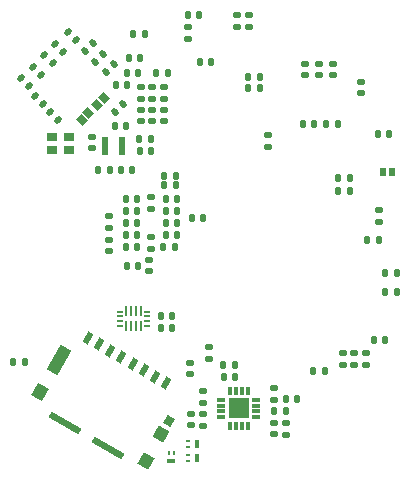
<source format=gbr>
%TF.GenerationSoftware,KiCad,Pcbnew,7.0.1*%
%TF.CreationDate,2023-12-24T21:56:23+00:00*%
%TF.ProjectId,watch_main,77617463-685f-46d6-9169-6e2e6b696361,rev?*%
%TF.SameCoordinates,Original*%
%TF.FileFunction,Paste,Bot*%
%TF.FilePolarity,Positive*%
%FSLAX46Y46*%
G04 Gerber Fmt 4.6, Leading zero omitted, Abs format (unit mm)*
G04 Created by KiCad (PCBNEW 7.0.1) date 2023-12-24 21:56:23*
%MOMM*%
%LPD*%
G01*
G04 APERTURE LIST*
G04 Aperture macros list*
%AMRoundRect*
0 Rectangle with rounded corners*
0 $1 Rounding radius*
0 $2 $3 $4 $5 $6 $7 $8 $9 X,Y pos of 4 corners*
0 Add a 4 corners polygon primitive as box body*
4,1,4,$2,$3,$4,$5,$6,$7,$8,$9,$2,$3,0*
0 Add four circle primitives for the rounded corners*
1,1,$1+$1,$2,$3*
1,1,$1+$1,$4,$5*
1,1,$1+$1,$6,$7*
1,1,$1+$1,$8,$9*
0 Add four rect primitives between the rounded corners*
20,1,$1+$1,$2,$3,$4,$5,0*
20,1,$1+$1,$4,$5,$6,$7,0*
20,1,$1+$1,$6,$7,$8,$9,0*
20,1,$1+$1,$8,$9,$2,$3,0*%
%AMRotRect*
0 Rectangle, with rotation*
0 The origin of the aperture is its center*
0 $1 length*
0 $2 width*
0 $3 Rotation angle, in degrees counterclockwise*
0 Add horizontal line*
21,1,$1,$2,0,0,$3*%
G04 Aperture macros list end*
%ADD10RotRect,0.500000X1.000000X330.000000*%
%ADD11RotRect,0.720000X0.780000X330.000000*%
%ADD12RotRect,1.050000X1.080000X330.000000*%
%ADD13RotRect,1.050000X1.105000X330.000000*%
%ADD14RotRect,1.050000X1.200000X330.000000*%
%ADD15RotRect,1.050000X2.390000X330.000000*%
%ADD16RotRect,0.550000X2.910000X240.000000*%
%ADD17RoundRect,0.140000X0.170000X-0.140000X0.170000X0.140000X-0.170000X0.140000X-0.170000X-0.140000X0*%
%ADD18RoundRect,0.140000X-0.140000X-0.170000X0.140000X-0.170000X0.140000X0.170000X-0.140000X0.170000X0*%
%ADD19RoundRect,0.140000X-0.219203X-0.021213X-0.021213X-0.219203X0.219203X0.021213X0.021213X0.219203X0*%
%ADD20RoundRect,0.140000X0.140000X0.170000X-0.140000X0.170000X-0.140000X-0.170000X0.140000X-0.170000X0*%
%ADD21R,0.900000X0.800000*%
%ADD22RoundRect,0.140000X-0.170000X0.140000X-0.170000X-0.140000X0.170000X-0.140000X0.170000X0.140000X0*%
%ADD23RoundRect,0.135000X-0.135000X-0.185000X0.135000X-0.185000X0.135000X0.185000X-0.135000X0.185000X0*%
%ADD24R,0.400000X0.700000*%
%ADD25R,0.400000X0.250000*%
%ADD26RotRect,0.600000X0.800000X45.000000*%
%ADD27RoundRect,0.140000X-0.021213X0.219203X-0.219203X0.021213X0.021213X-0.219203X0.219203X-0.021213X0*%
%ADD28RoundRect,0.135000X-0.185000X0.135000X-0.185000X-0.135000X0.185000X-0.135000X0.185000X0.135000X0*%
%ADD29RoundRect,0.135000X0.135000X0.185000X-0.135000X0.185000X-0.135000X-0.185000X0.135000X-0.185000X0*%
%ADD30RoundRect,0.135000X0.185000X-0.135000X0.185000X0.135000X-0.185000X0.135000X-0.185000X-0.135000X0*%
%ADD31RoundRect,0.140000X0.021213X-0.219203X0.219203X-0.021213X-0.021213X0.219203X-0.219203X0.021213X0*%
%ADD32R,0.800000X0.300000*%
%ADD33R,0.300000X0.800000*%
%ADD34R,1.760000X1.760000*%
%ADD35R,0.600000X0.800000*%
%ADD36RoundRect,0.140000X0.219203X0.021213X0.021213X0.219203X-0.219203X-0.021213X-0.021213X-0.219203X0*%
%ADD37R,0.550000X1.600000*%
%ADD38R,0.250000X0.400000*%
%ADD39R,0.700000X0.400000*%
%ADD40R,0.220000X0.900000*%
%ADD41R,0.220000X0.850000*%
%ADD42R,0.550000X0.220000*%
G04 APERTURE END LIST*
D10*
%TO.C,J1101*%
X147781890Y-110880694D03*
X146829262Y-110330694D03*
X145876634Y-109780694D03*
X144924006Y-109230694D03*
X143971378Y-108680694D03*
X143018750Y-108130694D03*
X142066123Y-107580694D03*
X141113495Y-107030694D03*
D11*
X147966095Y-114081642D03*
D12*
X147344085Y-115188994D03*
D13*
X146062835Y-117408184D03*
D14*
X137100915Y-111630686D03*
D15*
X138693415Y-108872395D03*
D16*
X142809926Y-116364387D03*
X139181280Y-114269387D03*
%TD*%
D17*
%TO.C,C1801*%
X156353000Y-90835000D03*
X156353000Y-89875000D03*
%TD*%
D18*
%TO.C,C1202*%
X146920000Y-84600000D03*
X147880000Y-84600000D03*
%TD*%
%TO.C,C909*%
X144320000Y-95300000D03*
X145280000Y-95300000D03*
%TD*%
D19*
%TO.C,C308*%
X139460589Y-81160589D03*
X140139411Y-81839411D03*
%TD*%
D18*
%TO.C,C206*%
X161320000Y-88900000D03*
X162280000Y-88900000D03*
%TD*%
D20*
%TO.C,C906*%
X143920000Y-92800000D03*
X144880000Y-92800000D03*
%TD*%
D21*
%TO.C,Y301*%
X139500000Y-91150000D03*
X138100000Y-91150000D03*
X138100000Y-90050000D03*
X139500000Y-90050000D03*
%TD*%
D20*
%TO.C,C921*%
X148670000Y-98300000D03*
X147710000Y-98300000D03*
%TD*%
D17*
%TO.C,C1210*%
X145600000Y-88680000D03*
X145600000Y-87720000D03*
%TD*%
D22*
%TO.C,C1704*%
X156900000Y-114220000D03*
X156900000Y-115180000D03*
%TD*%
%TO.C,C403*%
X149800000Y-109120000D03*
X149800000Y-110080000D03*
%TD*%
D17*
%TO.C,C1003*%
X153800000Y-80680000D03*
X153800000Y-79720000D03*
%TD*%
%TO.C,C912*%
X142900000Y-97680000D03*
X142900000Y-96720000D03*
%TD*%
%TO.C,C1305*%
X164700000Y-109280000D03*
X164700000Y-108320000D03*
%TD*%
D20*
%TO.C,C1304*%
X167280000Y-103100000D03*
X166320000Y-103100000D03*
%TD*%
D23*
%TO.C,R804*%
X162300000Y-93500000D03*
X163320000Y-93500000D03*
%TD*%
D18*
%TO.C,C908*%
X144320000Y-98300000D03*
X145280000Y-98300000D03*
%TD*%
D24*
%TO.C,Q1702*%
X150350000Y-117200000D03*
D25*
X149650000Y-117425000D03*
X149650000Y-116975000D03*
%TD*%
D22*
%TO.C,C1005*%
X149600000Y-80720000D03*
X149600000Y-81680000D03*
%TD*%
D17*
%TO.C,C1306*%
X163700000Y-109280000D03*
X163700000Y-108320000D03*
%TD*%
D26*
%TO.C,L301*%
X141917157Y-87282843D03*
X142482843Y-86717157D03*
%TD*%
D20*
%TO.C,C1401*%
X166667500Y-89737500D03*
X165707500Y-89737500D03*
%TD*%
%TO.C,C903*%
X148580000Y-94100000D03*
X147620000Y-94100000D03*
%TD*%
%TO.C,C910*%
X148680000Y-95300000D03*
X147720000Y-95300000D03*
%TD*%
D17*
%TO.C,C203*%
X160700000Y-84780000D03*
X160700000Y-83820000D03*
%TD*%
D23*
%TO.C,R806*%
X154690000Y-84900000D03*
X155710000Y-84900000D03*
%TD*%
%TO.C,R805*%
X154690000Y-85900000D03*
X155710000Y-85900000D03*
%TD*%
D18*
%TO.C,C911*%
X144340000Y-99300000D03*
X145300000Y-99300000D03*
%TD*%
D22*
%TO.C,C307*%
X141500000Y-90020000D03*
X141500000Y-90980000D03*
%TD*%
D17*
%TO.C,C1204*%
X146600000Y-88680000D03*
X146600000Y-87720000D03*
%TD*%
D22*
%TO.C,C1706*%
X149850000Y-113470000D03*
X149850000Y-114430000D03*
%TD*%
D17*
%TO.C,C917*%
X146500000Y-99480000D03*
X146500000Y-98520000D03*
%TD*%
D22*
%TO.C,C904*%
X146500000Y-95120000D03*
X146500000Y-96080000D03*
%TD*%
D27*
%TO.C,C303*%
X141539411Y-82060589D03*
X140860589Y-82739411D03*
%TD*%
D23*
%TO.C,R401*%
X134790000Y-109100000D03*
X135810000Y-109100000D03*
%TD*%
D28*
%TO.C,R1712*%
X157900000Y-114190000D03*
X157900000Y-115210000D03*
%TD*%
D29*
%TO.C,R1202*%
X146510000Y-90200000D03*
X145490000Y-90200000D03*
%TD*%
D20*
%TO.C,C905*%
X148580000Y-93300000D03*
X147620000Y-93300000D03*
%TD*%
D18*
%TO.C,C1102*%
X147320000Y-106200000D03*
X148280000Y-106200000D03*
%TD*%
%TO.C,C919*%
X144320000Y-96300000D03*
X145280000Y-96300000D03*
%TD*%
%TO.C,C901*%
X149940000Y-96900000D03*
X150900000Y-96900000D03*
%TD*%
D17*
%TO.C,C1710*%
X151400000Y-108780000D03*
X151400000Y-107820000D03*
%TD*%
D30*
%TO.C,R1714*%
X150900000Y-112560000D03*
X150900000Y-111540000D03*
%TD*%
D18*
%TO.C,C1703*%
X157920000Y-112200000D03*
X158880000Y-112200000D03*
%TD*%
D22*
%TO.C,C1203*%
X147600000Y-85820000D03*
X147600000Y-86780000D03*
%TD*%
D25*
%TO.C,Q1703*%
X149650000Y-116225000D03*
X149650000Y-115775000D03*
D24*
X150350000Y-116000000D03*
%TD*%
D17*
%TO.C,C1207*%
X147600000Y-88680000D03*
X147600000Y-87720000D03*
%TD*%
D18*
%TO.C,C1302*%
X166320000Y-101500000D03*
X167280000Y-101500000D03*
%TD*%
D20*
%TO.C,C915*%
X148680000Y-97300000D03*
X147720000Y-97300000D03*
%TD*%
D18*
%TO.C,C920*%
X142020000Y-92800000D03*
X142980000Y-92800000D03*
%TD*%
D20*
%TO.C,C918*%
X148480000Y-99300000D03*
X147520000Y-99300000D03*
%TD*%
D17*
%TO.C,C1002*%
X154800000Y-80680000D03*
X154800000Y-79720000D03*
%TD*%
D31*
%TO.C,C316*%
X143460589Y-87939411D03*
X144139411Y-87260589D03*
%TD*%
D27*
%TO.C,C309*%
X142439411Y-82960589D03*
X141760589Y-83639411D03*
%TD*%
D22*
%TO.C,C1208*%
X145600000Y-85820000D03*
X145600000Y-86780000D03*
%TD*%
D20*
%TO.C,C1307*%
X166280000Y-107200000D03*
X165320000Y-107200000D03*
%TD*%
D22*
%TO.C,C1205*%
X146600000Y-85820000D03*
X146600000Y-86780000D03*
%TD*%
D18*
%TO.C,C902*%
X144320000Y-97300000D03*
X145280000Y-97300000D03*
%TD*%
D32*
%TO.C,IC1701*%
X155400000Y-112250000D03*
X155400000Y-112750000D03*
X155400000Y-113250000D03*
X155400000Y-113750000D03*
D33*
X154650000Y-114500000D03*
X154150000Y-114500000D03*
X153650000Y-114500000D03*
X153150000Y-114500000D03*
D32*
X152400000Y-113750000D03*
X152400000Y-113250000D03*
X152400000Y-112750000D03*
X152400000Y-112250000D03*
D33*
X153150000Y-111500000D03*
X153650000Y-111500000D03*
X154150000Y-111500000D03*
X154650000Y-111500000D03*
D34*
X153900000Y-113000000D03*
%TD*%
D17*
%TO.C,C1501*%
X164300000Y-86280000D03*
X164300000Y-85320000D03*
%TD*%
D22*
%TO.C,C916*%
X142900000Y-98700000D03*
X142900000Y-99660000D03*
%TD*%
D30*
%TO.C,R1710*%
X150900000Y-114460000D03*
X150900000Y-113440000D03*
%TD*%
D35*
%TO.C,L1402*%
X166887500Y-92937500D03*
X166087500Y-92937500D03*
%TD*%
D19*
%TO.C,C305*%
X137460589Y-83060589D03*
X138139411Y-83739411D03*
%TD*%
D18*
%TO.C,C1001*%
X149620000Y-79700000D03*
X150580000Y-79700000D03*
%TD*%
D28*
%TO.C,R802*%
X165800000Y-96190000D03*
X165800000Y-97210000D03*
%TD*%
%TO.C,R1705*%
X156900000Y-111240000D03*
X156900000Y-112260000D03*
%TD*%
D23*
%TO.C,R803*%
X162300000Y-94600000D03*
X163320000Y-94600000D03*
%TD*%
D36*
%TO.C,C311*%
X138639411Y-88539411D03*
X137960589Y-87860589D03*
%TD*%
D17*
%TO.C,C201*%
X161900000Y-84780000D03*
X161900000Y-83820000D03*
%TD*%
D18*
%TO.C,C1209*%
X145520000Y-91200000D03*
X146480000Y-91200000D03*
%TD*%
D20*
%TO.C,C1206*%
X145380000Y-84600000D03*
X144420000Y-84600000D03*
%TD*%
D18*
%TO.C,C1201*%
X144620000Y-83300000D03*
X145580000Y-83300000D03*
%TD*%
D27*
%TO.C,C301*%
X143339411Y-83860589D03*
X142660589Y-84539411D03*
%TD*%
D19*
%TO.C,C306*%
X135460589Y-85060589D03*
X136139411Y-85739411D03*
%TD*%
D37*
%TO.C,L901*%
X142575000Y-90800000D03*
X144025000Y-90800000D03*
%TD*%
D20*
%TO.C,C907*%
X145380000Y-100900000D03*
X144420000Y-100900000D03*
%TD*%
D26*
%TO.C,L302*%
X140617157Y-88582843D03*
X141182843Y-88017157D03*
%TD*%
D23*
%TO.C,R203*%
X144990000Y-81300000D03*
X146010000Y-81300000D03*
%TD*%
D17*
%TO.C,C1303*%
X162700000Y-109280000D03*
X162700000Y-108320000D03*
%TD*%
D29*
%TO.C,R801*%
X165810000Y-98700000D03*
X164790000Y-98700000D03*
%TD*%
D22*
%TO.C,C914*%
X146270000Y-100420000D03*
X146270000Y-101380000D03*
%TD*%
D38*
%TO.C,Q1701*%
X147975000Y-116750000D03*
X148425000Y-116750000D03*
D39*
X148200000Y-117450000D03*
%TD*%
D18*
%TO.C,C1711*%
X160220000Y-109800000D03*
X161180000Y-109800000D03*
%TD*%
D19*
%TO.C,C302*%
X138360589Y-82160589D03*
X139039411Y-82839411D03*
%TD*%
D18*
%TO.C,C314*%
X143420000Y-89100000D03*
X144380000Y-89100000D03*
%TD*%
D19*
%TO.C,C304*%
X136460589Y-84060589D03*
X137139411Y-84739411D03*
%TD*%
D23*
%TO.C,R1711*%
X156890000Y-113200000D03*
X157910000Y-113200000D03*
%TD*%
D20*
%TO.C,C1708*%
X153580000Y-110300000D03*
X152620000Y-110300000D03*
%TD*%
D17*
%TO.C,C205*%
X159500000Y-84780000D03*
X159500000Y-83820000D03*
%TD*%
D18*
%TO.C,C1101*%
X147320000Y-105200000D03*
X148280000Y-105200000D03*
%TD*%
D20*
%TO.C,C913*%
X148680000Y-96300000D03*
X147720000Y-96300000D03*
%TD*%
%TO.C,C208*%
X160280000Y-88900000D03*
X159320000Y-88900000D03*
%TD*%
D36*
%TO.C,C313*%
X137339411Y-87239411D03*
X136660589Y-86560589D03*
%TD*%
D20*
%TO.C,C1004*%
X151580000Y-83650000D03*
X150620000Y-83650000D03*
%TD*%
D18*
%TO.C,C312*%
X143520000Y-85600000D03*
X144480000Y-85600000D03*
%TD*%
D29*
%TO.C,R1718*%
X153610000Y-109300000D03*
X152590000Y-109300000D03*
%TD*%
D40*
%TO.C,IC1101*%
X145600000Y-106000000D03*
D41*
X145200000Y-106025000D03*
X144800000Y-106025000D03*
X144400000Y-106025000D03*
D42*
X143825000Y-106000000D03*
X143825000Y-105600000D03*
X143825000Y-105200000D03*
X143825000Y-104800000D03*
D41*
X144400000Y-104775000D03*
X144800000Y-104775000D03*
X145200000Y-104775000D03*
X145600000Y-104775000D03*
D42*
X146175000Y-104800000D03*
X146175000Y-105200000D03*
X146175000Y-105600000D03*
X146175000Y-106000000D03*
%TD*%
M02*

</source>
